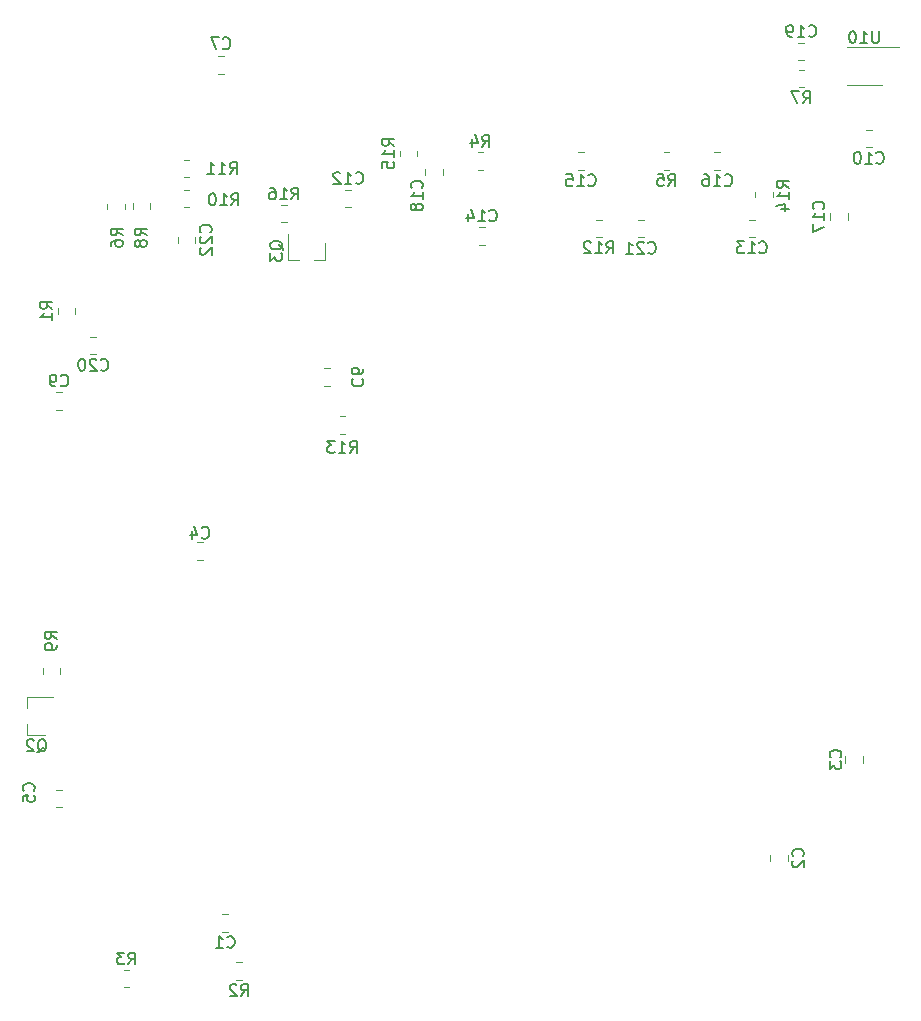
<source format=gbr>
%TF.GenerationSoftware,KiCad,Pcbnew,(5.1.9)-1*%
%TF.CreationDate,2021-11-03T00:39:52-04:00*%
%TF.ProjectId,main,6d61696e-2e6b-4696-9361-645f70636258,rev?*%
%TF.SameCoordinates,Original*%
%TF.FileFunction,Legend,Bot*%
%TF.FilePolarity,Positive*%
%FSLAX46Y46*%
G04 Gerber Fmt 4.6, Leading zero omitted, Abs format (unit mm)*
G04 Created by KiCad (PCBNEW (5.1.9)-1) date 2021-11-03 00:39:52*
%MOMM*%
%LPD*%
G01*
G04 APERTURE LIST*
%ADD10C,0.120000*%
%ADD11C,0.150000*%
G04 APERTURE END LIST*
D10*
%TO.C,U10*%
X105664000Y-25994000D02*
X104164000Y-25994000D01*
X105664000Y-25994000D02*
X107164000Y-25994000D01*
X105664000Y-22774000D02*
X104164000Y-22774000D01*
X105664000Y-22774000D02*
X108589000Y-22774000D01*
%TO.C,R16*%
X56742064Y-36095000D02*
X56287936Y-36095000D01*
X56742064Y-37565000D02*
X56287936Y-37565000D01*
%TO.C,R9*%
X37565000Y-75792064D02*
X37565000Y-75337936D01*
X36095000Y-75792064D02*
X36095000Y-75337936D01*
%TO.C,R7*%
X100102936Y-26135000D02*
X100557064Y-26135000D01*
X100102936Y-24665000D02*
X100557064Y-24665000D01*
%TO.C,R3*%
X43407064Y-100865000D02*
X42952936Y-100865000D01*
X43407064Y-102335000D02*
X42952936Y-102335000D01*
%TO.C,Q3*%
X60000000Y-40765000D02*
X59070000Y-40765000D01*
X56840000Y-40765000D02*
X57770000Y-40765000D01*
X56840000Y-40765000D02*
X56840000Y-38605000D01*
X60000000Y-40765000D02*
X60000000Y-39305000D01*
%TO.C,Q2*%
X34800000Y-80955000D02*
X34800000Y-80025000D01*
X34800000Y-77795000D02*
X34800000Y-78725000D01*
X34800000Y-77795000D02*
X36960000Y-77795000D01*
X34800000Y-80955000D02*
X36260000Y-80955000D01*
%TO.C,C22*%
X48995000Y-39316252D02*
X48995000Y-38793748D01*
X47525000Y-39316252D02*
X47525000Y-38793748D01*
%TO.C,C21*%
X86479748Y-38835000D02*
X87002252Y-38835000D01*
X86479748Y-37365000D02*
X87002252Y-37365000D01*
%TO.C,C20*%
X40124748Y-48741000D02*
X40647252Y-48741000D01*
X40124748Y-47271000D02*
X40647252Y-47271000D01*
%TO.C,C19*%
X100591252Y-22379000D02*
X100068748Y-22379000D01*
X100591252Y-23849000D02*
X100068748Y-23849000D01*
%TO.C,C18*%
X68480000Y-33073748D02*
X68480000Y-33596252D01*
X69950000Y-33073748D02*
X69950000Y-33596252D01*
%TO.C,C17*%
X102770000Y-36822748D02*
X102770000Y-37345252D01*
X104240000Y-36822748D02*
X104240000Y-37345252D01*
%TO.C,C16*%
X92956748Y-33120000D02*
X93479252Y-33120000D01*
X92956748Y-31650000D02*
X93479252Y-31650000D01*
%TO.C,C15*%
X81399748Y-33120000D02*
X81922252Y-33120000D01*
X81399748Y-31650000D02*
X81922252Y-31650000D01*
%TO.C,C14*%
X73540252Y-38000000D02*
X73017748Y-38000000D01*
X73540252Y-39470000D02*
X73017748Y-39470000D01*
%TO.C,C13*%
X96400252Y-37365000D02*
X95877748Y-37365000D01*
X96400252Y-38835000D02*
X95877748Y-38835000D01*
%TO.C,C12*%
X62237252Y-34825000D02*
X61714748Y-34825000D01*
X62237252Y-36295000D02*
X61714748Y-36295000D01*
%TO.C,R14*%
X96420000Y-34975436D02*
X96420000Y-35429564D01*
X97890000Y-34975436D02*
X97890000Y-35429564D01*
%TO.C,R11*%
X48487064Y-32285000D02*
X48032936Y-32285000D01*
X48487064Y-33755000D02*
X48032936Y-33755000D01*
%TO.C,R10*%
X48487064Y-34825000D02*
X48032936Y-34825000D01*
X48487064Y-36295000D02*
X48032936Y-36295000D01*
%TO.C,R8*%
X43715000Y-35967936D02*
X43715000Y-36422064D01*
X45185000Y-35967936D02*
X45185000Y-36422064D01*
%TO.C,R6*%
X41556000Y-35991436D02*
X41556000Y-36445564D01*
X43026000Y-35991436D02*
X43026000Y-36445564D01*
%TO.C,R1*%
X37365000Y-44857936D02*
X37365000Y-45312064D01*
X38835000Y-44857936D02*
X38835000Y-45312064D01*
%TO.C,R15*%
X67791000Y-31522936D02*
X67791000Y-31977064D01*
X66321000Y-31522936D02*
X66321000Y-31977064D01*
%TO.C,R13*%
X61695064Y-55472000D02*
X61240936Y-55472000D01*
X61695064Y-54002000D02*
X61240936Y-54002000D01*
%TO.C,R5*%
X88672936Y-31650000D02*
X89127064Y-31650000D01*
X88672936Y-33120000D02*
X89127064Y-33120000D01*
%TO.C,R4*%
X73379064Y-33120000D02*
X72924936Y-33120000D01*
X73379064Y-31650000D02*
X72924936Y-31650000D01*
%TO.C,R2*%
X52477936Y-100230000D02*
X52932064Y-100230000D01*
X52477936Y-101700000D02*
X52932064Y-101700000D01*
%TO.C,R12*%
X82957936Y-38835000D02*
X83412064Y-38835000D01*
X82957936Y-37365000D02*
X83412064Y-37365000D01*
%TO.C,C10*%
X105783748Y-29745000D02*
X106306252Y-29745000D01*
X105783748Y-31215000D02*
X106306252Y-31215000D01*
%TO.C,C9*%
X37726252Y-53440000D02*
X37203748Y-53440000D01*
X37726252Y-51970000D02*
X37203748Y-51970000D01*
%TO.C,C7*%
X51442252Y-23522000D02*
X50919748Y-23522000D01*
X51442252Y-24992000D02*
X50919748Y-24992000D01*
%TO.C,C6*%
X59936748Y-51408000D02*
X60459252Y-51408000D01*
X59936748Y-49938000D02*
X60459252Y-49938000D01*
%TO.C,C5*%
X37726252Y-85625000D02*
X37203748Y-85625000D01*
X37726252Y-87095000D02*
X37203748Y-87095000D01*
%TO.C,C4*%
X49141748Y-66140000D02*
X49664252Y-66140000D01*
X49141748Y-64670000D02*
X49664252Y-64670000D01*
%TO.C,C3*%
X104040000Y-82796748D02*
X104040000Y-83319252D01*
X105510000Y-82796748D02*
X105510000Y-83319252D01*
%TO.C,C2*%
X99160000Y-91667952D02*
X99160000Y-91145448D01*
X97690000Y-91667952D02*
X97690000Y-91145448D01*
%TO.C,C1*%
X51300748Y-97636000D02*
X51823252Y-97636000D01*
X51300748Y-96166000D02*
X51823252Y-96166000D01*
%TO.C,U10*%
D11*
X106902095Y-21386380D02*
X106902095Y-22195904D01*
X106854476Y-22291142D01*
X106806857Y-22338761D01*
X106711619Y-22386380D01*
X106521142Y-22386380D01*
X106425904Y-22338761D01*
X106378285Y-22291142D01*
X106330666Y-22195904D01*
X106330666Y-21386380D01*
X105330666Y-22386380D02*
X105902095Y-22386380D01*
X105616380Y-22386380D02*
X105616380Y-21386380D01*
X105711619Y-21529238D01*
X105806857Y-21624476D01*
X105902095Y-21672095D01*
X104711619Y-21386380D02*
X104616380Y-21386380D01*
X104521142Y-21434000D01*
X104473523Y-21481619D01*
X104425904Y-21576857D01*
X104378285Y-21767333D01*
X104378285Y-22005428D01*
X104425904Y-22195904D01*
X104473523Y-22291142D01*
X104521142Y-22338761D01*
X104616380Y-22386380D01*
X104711619Y-22386380D01*
X104806857Y-22338761D01*
X104854476Y-22291142D01*
X104902095Y-22195904D01*
X104949714Y-22005428D01*
X104949714Y-21767333D01*
X104902095Y-21576857D01*
X104854476Y-21481619D01*
X104806857Y-21434000D01*
X104711619Y-21386380D01*
%TO.C,R16*%
X57157857Y-35632380D02*
X57491190Y-35156190D01*
X57729285Y-35632380D02*
X57729285Y-34632380D01*
X57348333Y-34632380D01*
X57253095Y-34680000D01*
X57205476Y-34727619D01*
X57157857Y-34822857D01*
X57157857Y-34965714D01*
X57205476Y-35060952D01*
X57253095Y-35108571D01*
X57348333Y-35156190D01*
X57729285Y-35156190D01*
X56205476Y-35632380D02*
X56776904Y-35632380D01*
X56491190Y-35632380D02*
X56491190Y-34632380D01*
X56586428Y-34775238D01*
X56681666Y-34870476D01*
X56776904Y-34918095D01*
X55348333Y-34632380D02*
X55538809Y-34632380D01*
X55634047Y-34680000D01*
X55681666Y-34727619D01*
X55776904Y-34870476D01*
X55824523Y-35060952D01*
X55824523Y-35441904D01*
X55776904Y-35537142D01*
X55729285Y-35584761D01*
X55634047Y-35632380D01*
X55443571Y-35632380D01*
X55348333Y-35584761D01*
X55300714Y-35537142D01*
X55253095Y-35441904D01*
X55253095Y-35203809D01*
X55300714Y-35108571D01*
X55348333Y-35060952D01*
X55443571Y-35013333D01*
X55634047Y-35013333D01*
X55729285Y-35060952D01*
X55776904Y-35108571D01*
X55824523Y-35203809D01*
%TO.C,R9*%
X37282380Y-72858333D02*
X36806190Y-72525000D01*
X37282380Y-72286904D02*
X36282380Y-72286904D01*
X36282380Y-72667857D01*
X36330000Y-72763095D01*
X36377619Y-72810714D01*
X36472857Y-72858333D01*
X36615714Y-72858333D01*
X36710952Y-72810714D01*
X36758571Y-72763095D01*
X36806190Y-72667857D01*
X36806190Y-72286904D01*
X37282380Y-73334523D02*
X37282380Y-73525000D01*
X37234761Y-73620238D01*
X37187142Y-73667857D01*
X37044285Y-73763095D01*
X36853809Y-73810714D01*
X36472857Y-73810714D01*
X36377619Y-73763095D01*
X36330000Y-73715476D01*
X36282380Y-73620238D01*
X36282380Y-73429761D01*
X36330000Y-73334523D01*
X36377619Y-73286904D01*
X36472857Y-73239285D01*
X36710952Y-73239285D01*
X36806190Y-73286904D01*
X36853809Y-73334523D01*
X36901428Y-73429761D01*
X36901428Y-73620238D01*
X36853809Y-73715476D01*
X36806190Y-73763095D01*
X36710952Y-73810714D01*
%TO.C,R7*%
X100496666Y-27502380D02*
X100830000Y-27026190D01*
X101068095Y-27502380D02*
X101068095Y-26502380D01*
X100687142Y-26502380D01*
X100591904Y-26550000D01*
X100544285Y-26597619D01*
X100496666Y-26692857D01*
X100496666Y-26835714D01*
X100544285Y-26930952D01*
X100591904Y-26978571D01*
X100687142Y-27026190D01*
X101068095Y-27026190D01*
X100163333Y-26502380D02*
X99496666Y-26502380D01*
X99925238Y-27502380D01*
%TO.C,R3*%
X43346666Y-100402380D02*
X43680000Y-99926190D01*
X43918095Y-100402380D02*
X43918095Y-99402380D01*
X43537142Y-99402380D01*
X43441904Y-99450000D01*
X43394285Y-99497619D01*
X43346666Y-99592857D01*
X43346666Y-99735714D01*
X43394285Y-99830952D01*
X43441904Y-99878571D01*
X43537142Y-99926190D01*
X43918095Y-99926190D01*
X43013333Y-99402380D02*
X42394285Y-99402380D01*
X42727619Y-99783333D01*
X42584761Y-99783333D01*
X42489523Y-99830952D01*
X42441904Y-99878571D01*
X42394285Y-99973809D01*
X42394285Y-100211904D01*
X42441904Y-100307142D01*
X42489523Y-100354761D01*
X42584761Y-100402380D01*
X42870476Y-100402380D01*
X42965714Y-100354761D01*
X43013333Y-100307142D01*
%TO.C,Q3*%
X56467619Y-39909761D02*
X56420000Y-39814523D01*
X56324761Y-39719285D01*
X56181904Y-39576428D01*
X56134285Y-39481190D01*
X56134285Y-39385952D01*
X56372380Y-39433571D02*
X56324761Y-39338333D01*
X56229523Y-39243095D01*
X56039047Y-39195476D01*
X55705714Y-39195476D01*
X55515238Y-39243095D01*
X55420000Y-39338333D01*
X55372380Y-39433571D01*
X55372380Y-39624047D01*
X55420000Y-39719285D01*
X55515238Y-39814523D01*
X55705714Y-39862142D01*
X56039047Y-39862142D01*
X56229523Y-39814523D01*
X56324761Y-39719285D01*
X56372380Y-39624047D01*
X56372380Y-39433571D01*
X55372380Y-40195476D02*
X55372380Y-40814523D01*
X55753333Y-40481190D01*
X55753333Y-40624047D01*
X55800952Y-40719285D01*
X55848571Y-40766904D01*
X55943809Y-40814523D01*
X56181904Y-40814523D01*
X56277142Y-40766904D01*
X56324761Y-40719285D01*
X56372380Y-40624047D01*
X56372380Y-40338333D01*
X56324761Y-40243095D01*
X56277142Y-40195476D01*
%TO.C,Q2*%
X35655238Y-82462619D02*
X35750476Y-82415000D01*
X35845714Y-82319761D01*
X35988571Y-82176904D01*
X36083809Y-82129285D01*
X36179047Y-82129285D01*
X36131428Y-82367380D02*
X36226666Y-82319761D01*
X36321904Y-82224523D01*
X36369523Y-82034047D01*
X36369523Y-81700714D01*
X36321904Y-81510238D01*
X36226666Y-81415000D01*
X36131428Y-81367380D01*
X35940952Y-81367380D01*
X35845714Y-81415000D01*
X35750476Y-81510238D01*
X35702857Y-81700714D01*
X35702857Y-82034047D01*
X35750476Y-82224523D01*
X35845714Y-82319761D01*
X35940952Y-82367380D01*
X36131428Y-82367380D01*
X35321904Y-81462619D02*
X35274285Y-81415000D01*
X35179047Y-81367380D01*
X34940952Y-81367380D01*
X34845714Y-81415000D01*
X34798095Y-81462619D01*
X34750476Y-81557857D01*
X34750476Y-81653095D01*
X34798095Y-81795952D01*
X35369523Y-82367380D01*
X34750476Y-82367380D01*
%TO.C,C22*%
X50297142Y-38412142D02*
X50344761Y-38364523D01*
X50392380Y-38221666D01*
X50392380Y-38126428D01*
X50344761Y-37983571D01*
X50249523Y-37888333D01*
X50154285Y-37840714D01*
X49963809Y-37793095D01*
X49820952Y-37793095D01*
X49630476Y-37840714D01*
X49535238Y-37888333D01*
X49440000Y-37983571D01*
X49392380Y-38126428D01*
X49392380Y-38221666D01*
X49440000Y-38364523D01*
X49487619Y-38412142D01*
X49487619Y-38793095D02*
X49440000Y-38840714D01*
X49392380Y-38935952D01*
X49392380Y-39174047D01*
X49440000Y-39269285D01*
X49487619Y-39316904D01*
X49582857Y-39364523D01*
X49678095Y-39364523D01*
X49820952Y-39316904D01*
X50392380Y-38745476D01*
X50392380Y-39364523D01*
X49487619Y-39745476D02*
X49440000Y-39793095D01*
X49392380Y-39888333D01*
X49392380Y-40126428D01*
X49440000Y-40221666D01*
X49487619Y-40269285D01*
X49582857Y-40316904D01*
X49678095Y-40316904D01*
X49820952Y-40269285D01*
X50392380Y-39697857D01*
X50392380Y-40316904D01*
%TO.C,C21*%
X87383857Y-40137142D02*
X87431476Y-40184761D01*
X87574333Y-40232380D01*
X87669571Y-40232380D01*
X87812428Y-40184761D01*
X87907666Y-40089523D01*
X87955285Y-39994285D01*
X88002904Y-39803809D01*
X88002904Y-39660952D01*
X87955285Y-39470476D01*
X87907666Y-39375238D01*
X87812428Y-39280000D01*
X87669571Y-39232380D01*
X87574333Y-39232380D01*
X87431476Y-39280000D01*
X87383857Y-39327619D01*
X87002904Y-39327619D02*
X86955285Y-39280000D01*
X86860047Y-39232380D01*
X86621952Y-39232380D01*
X86526714Y-39280000D01*
X86479095Y-39327619D01*
X86431476Y-39422857D01*
X86431476Y-39518095D01*
X86479095Y-39660952D01*
X87050523Y-40232380D01*
X86431476Y-40232380D01*
X85479095Y-40232380D02*
X86050523Y-40232380D01*
X85764809Y-40232380D02*
X85764809Y-39232380D01*
X85860047Y-39375238D01*
X85955285Y-39470476D01*
X86050523Y-39518095D01*
%TO.C,C20*%
X41028857Y-50043142D02*
X41076476Y-50090761D01*
X41219333Y-50138380D01*
X41314571Y-50138380D01*
X41457428Y-50090761D01*
X41552666Y-49995523D01*
X41600285Y-49900285D01*
X41647904Y-49709809D01*
X41647904Y-49566952D01*
X41600285Y-49376476D01*
X41552666Y-49281238D01*
X41457428Y-49186000D01*
X41314571Y-49138380D01*
X41219333Y-49138380D01*
X41076476Y-49186000D01*
X41028857Y-49233619D01*
X40647904Y-49233619D02*
X40600285Y-49186000D01*
X40505047Y-49138380D01*
X40266952Y-49138380D01*
X40171714Y-49186000D01*
X40124095Y-49233619D01*
X40076476Y-49328857D01*
X40076476Y-49424095D01*
X40124095Y-49566952D01*
X40695523Y-50138380D01*
X40076476Y-50138380D01*
X39457428Y-49138380D02*
X39362190Y-49138380D01*
X39266952Y-49186000D01*
X39219333Y-49233619D01*
X39171714Y-49328857D01*
X39124095Y-49519333D01*
X39124095Y-49757428D01*
X39171714Y-49947904D01*
X39219333Y-50043142D01*
X39266952Y-50090761D01*
X39362190Y-50138380D01*
X39457428Y-50138380D01*
X39552666Y-50090761D01*
X39600285Y-50043142D01*
X39647904Y-49947904D01*
X39695523Y-49757428D01*
X39695523Y-49519333D01*
X39647904Y-49328857D01*
X39600285Y-49233619D01*
X39552666Y-49186000D01*
X39457428Y-49138380D01*
%TO.C,C19*%
X100972857Y-21791142D02*
X101020476Y-21838761D01*
X101163333Y-21886380D01*
X101258571Y-21886380D01*
X101401428Y-21838761D01*
X101496666Y-21743523D01*
X101544285Y-21648285D01*
X101591904Y-21457809D01*
X101591904Y-21314952D01*
X101544285Y-21124476D01*
X101496666Y-21029238D01*
X101401428Y-20934000D01*
X101258571Y-20886380D01*
X101163333Y-20886380D01*
X101020476Y-20934000D01*
X100972857Y-20981619D01*
X100020476Y-21886380D02*
X100591904Y-21886380D01*
X100306190Y-21886380D02*
X100306190Y-20886380D01*
X100401428Y-21029238D01*
X100496666Y-21124476D01*
X100591904Y-21172095D01*
X99544285Y-21886380D02*
X99353809Y-21886380D01*
X99258571Y-21838761D01*
X99210952Y-21791142D01*
X99115714Y-21648285D01*
X99068095Y-21457809D01*
X99068095Y-21076857D01*
X99115714Y-20981619D01*
X99163333Y-20934000D01*
X99258571Y-20886380D01*
X99449047Y-20886380D01*
X99544285Y-20934000D01*
X99591904Y-20981619D01*
X99639523Y-21076857D01*
X99639523Y-21314952D01*
X99591904Y-21410190D01*
X99544285Y-21457809D01*
X99449047Y-21505428D01*
X99258571Y-21505428D01*
X99163333Y-21457809D01*
X99115714Y-21410190D01*
X99068095Y-21314952D01*
%TO.C,C18*%
X68175142Y-34663142D02*
X68222761Y-34615523D01*
X68270380Y-34472666D01*
X68270380Y-34377428D01*
X68222761Y-34234571D01*
X68127523Y-34139333D01*
X68032285Y-34091714D01*
X67841809Y-34044095D01*
X67698952Y-34044095D01*
X67508476Y-34091714D01*
X67413238Y-34139333D01*
X67318000Y-34234571D01*
X67270380Y-34377428D01*
X67270380Y-34472666D01*
X67318000Y-34615523D01*
X67365619Y-34663142D01*
X68270380Y-35615523D02*
X68270380Y-35044095D01*
X68270380Y-35329809D02*
X67270380Y-35329809D01*
X67413238Y-35234571D01*
X67508476Y-35139333D01*
X67556095Y-35044095D01*
X67698952Y-36186952D02*
X67651333Y-36091714D01*
X67603714Y-36044095D01*
X67508476Y-35996476D01*
X67460857Y-35996476D01*
X67365619Y-36044095D01*
X67318000Y-36091714D01*
X67270380Y-36186952D01*
X67270380Y-36377428D01*
X67318000Y-36472666D01*
X67365619Y-36520285D01*
X67460857Y-36567904D01*
X67508476Y-36567904D01*
X67603714Y-36520285D01*
X67651333Y-36472666D01*
X67698952Y-36377428D01*
X67698952Y-36186952D01*
X67746571Y-36091714D01*
X67794190Y-36044095D01*
X67889428Y-35996476D01*
X68079904Y-35996476D01*
X68175142Y-36044095D01*
X68222761Y-36091714D01*
X68270380Y-36186952D01*
X68270380Y-36377428D01*
X68222761Y-36472666D01*
X68175142Y-36520285D01*
X68079904Y-36567904D01*
X67889428Y-36567904D01*
X67794190Y-36520285D01*
X67746571Y-36472666D01*
X67698952Y-36377428D01*
%TO.C,C17*%
X102182142Y-36441142D02*
X102229761Y-36393523D01*
X102277380Y-36250666D01*
X102277380Y-36155428D01*
X102229761Y-36012571D01*
X102134523Y-35917333D01*
X102039285Y-35869714D01*
X101848809Y-35822095D01*
X101705952Y-35822095D01*
X101515476Y-35869714D01*
X101420238Y-35917333D01*
X101325000Y-36012571D01*
X101277380Y-36155428D01*
X101277380Y-36250666D01*
X101325000Y-36393523D01*
X101372619Y-36441142D01*
X102277380Y-37393523D02*
X102277380Y-36822095D01*
X102277380Y-37107809D02*
X101277380Y-37107809D01*
X101420238Y-37012571D01*
X101515476Y-36917333D01*
X101563095Y-36822095D01*
X101277380Y-37726857D02*
X101277380Y-38393523D01*
X102277380Y-37964952D01*
%TO.C,C16*%
X93860857Y-34422142D02*
X93908476Y-34469761D01*
X94051333Y-34517380D01*
X94146571Y-34517380D01*
X94289428Y-34469761D01*
X94384666Y-34374523D01*
X94432285Y-34279285D01*
X94479904Y-34088809D01*
X94479904Y-33945952D01*
X94432285Y-33755476D01*
X94384666Y-33660238D01*
X94289428Y-33565000D01*
X94146571Y-33517380D01*
X94051333Y-33517380D01*
X93908476Y-33565000D01*
X93860857Y-33612619D01*
X92908476Y-34517380D02*
X93479904Y-34517380D01*
X93194190Y-34517380D02*
X93194190Y-33517380D01*
X93289428Y-33660238D01*
X93384666Y-33755476D01*
X93479904Y-33803095D01*
X92051333Y-33517380D02*
X92241809Y-33517380D01*
X92337047Y-33565000D01*
X92384666Y-33612619D01*
X92479904Y-33755476D01*
X92527523Y-33945952D01*
X92527523Y-34326904D01*
X92479904Y-34422142D01*
X92432285Y-34469761D01*
X92337047Y-34517380D01*
X92146571Y-34517380D01*
X92051333Y-34469761D01*
X92003714Y-34422142D01*
X91956095Y-34326904D01*
X91956095Y-34088809D01*
X92003714Y-33993571D01*
X92051333Y-33945952D01*
X92146571Y-33898333D01*
X92337047Y-33898333D01*
X92432285Y-33945952D01*
X92479904Y-33993571D01*
X92527523Y-34088809D01*
%TO.C,C15*%
X82303857Y-34422142D02*
X82351476Y-34469761D01*
X82494333Y-34517380D01*
X82589571Y-34517380D01*
X82732428Y-34469761D01*
X82827666Y-34374523D01*
X82875285Y-34279285D01*
X82922904Y-34088809D01*
X82922904Y-33945952D01*
X82875285Y-33755476D01*
X82827666Y-33660238D01*
X82732428Y-33565000D01*
X82589571Y-33517380D01*
X82494333Y-33517380D01*
X82351476Y-33565000D01*
X82303857Y-33612619D01*
X81351476Y-34517380D02*
X81922904Y-34517380D01*
X81637190Y-34517380D02*
X81637190Y-33517380D01*
X81732428Y-33660238D01*
X81827666Y-33755476D01*
X81922904Y-33803095D01*
X80446714Y-33517380D02*
X80922904Y-33517380D01*
X80970523Y-33993571D01*
X80922904Y-33945952D01*
X80827666Y-33898333D01*
X80589571Y-33898333D01*
X80494333Y-33945952D01*
X80446714Y-33993571D01*
X80399095Y-34088809D01*
X80399095Y-34326904D01*
X80446714Y-34422142D01*
X80494333Y-34469761D01*
X80589571Y-34517380D01*
X80827666Y-34517380D01*
X80922904Y-34469761D01*
X80970523Y-34422142D01*
%TO.C,C14*%
X73921857Y-37412142D02*
X73969476Y-37459761D01*
X74112333Y-37507380D01*
X74207571Y-37507380D01*
X74350428Y-37459761D01*
X74445666Y-37364523D01*
X74493285Y-37269285D01*
X74540904Y-37078809D01*
X74540904Y-36935952D01*
X74493285Y-36745476D01*
X74445666Y-36650238D01*
X74350428Y-36555000D01*
X74207571Y-36507380D01*
X74112333Y-36507380D01*
X73969476Y-36555000D01*
X73921857Y-36602619D01*
X72969476Y-37507380D02*
X73540904Y-37507380D01*
X73255190Y-37507380D02*
X73255190Y-36507380D01*
X73350428Y-36650238D01*
X73445666Y-36745476D01*
X73540904Y-36793095D01*
X72112333Y-36840714D02*
X72112333Y-37507380D01*
X72350428Y-36459761D02*
X72588523Y-37174047D01*
X71969476Y-37174047D01*
%TO.C,C13*%
X96781857Y-40108142D02*
X96829476Y-40155761D01*
X96972333Y-40203380D01*
X97067571Y-40203380D01*
X97210428Y-40155761D01*
X97305666Y-40060523D01*
X97353285Y-39965285D01*
X97400904Y-39774809D01*
X97400904Y-39631952D01*
X97353285Y-39441476D01*
X97305666Y-39346238D01*
X97210428Y-39251000D01*
X97067571Y-39203380D01*
X96972333Y-39203380D01*
X96829476Y-39251000D01*
X96781857Y-39298619D01*
X95829476Y-40203380D02*
X96400904Y-40203380D01*
X96115190Y-40203380D02*
X96115190Y-39203380D01*
X96210428Y-39346238D01*
X96305666Y-39441476D01*
X96400904Y-39489095D01*
X95496142Y-39203380D02*
X94877095Y-39203380D01*
X95210428Y-39584333D01*
X95067571Y-39584333D01*
X94972333Y-39631952D01*
X94924714Y-39679571D01*
X94877095Y-39774809D01*
X94877095Y-40012904D01*
X94924714Y-40108142D01*
X94972333Y-40155761D01*
X95067571Y-40203380D01*
X95353285Y-40203380D01*
X95448523Y-40155761D01*
X95496142Y-40108142D01*
%TO.C,C12*%
X62618857Y-34237142D02*
X62666476Y-34284761D01*
X62809333Y-34332380D01*
X62904571Y-34332380D01*
X63047428Y-34284761D01*
X63142666Y-34189523D01*
X63190285Y-34094285D01*
X63237904Y-33903809D01*
X63237904Y-33760952D01*
X63190285Y-33570476D01*
X63142666Y-33475238D01*
X63047428Y-33380000D01*
X62904571Y-33332380D01*
X62809333Y-33332380D01*
X62666476Y-33380000D01*
X62618857Y-33427619D01*
X61666476Y-34332380D02*
X62237904Y-34332380D01*
X61952190Y-34332380D02*
X61952190Y-33332380D01*
X62047428Y-33475238D01*
X62142666Y-33570476D01*
X62237904Y-33618095D01*
X61285523Y-33427619D02*
X61237904Y-33380000D01*
X61142666Y-33332380D01*
X60904571Y-33332380D01*
X60809333Y-33380000D01*
X60761714Y-33427619D01*
X60714095Y-33522857D01*
X60714095Y-33618095D01*
X60761714Y-33760952D01*
X61333142Y-34332380D01*
X60714095Y-34332380D01*
%TO.C,R14*%
X99258380Y-34663142D02*
X98782190Y-34329809D01*
X99258380Y-34091714D02*
X98258380Y-34091714D01*
X98258380Y-34472666D01*
X98306000Y-34567904D01*
X98353619Y-34615523D01*
X98448857Y-34663142D01*
X98591714Y-34663142D01*
X98686952Y-34615523D01*
X98734571Y-34567904D01*
X98782190Y-34472666D01*
X98782190Y-34091714D01*
X99258380Y-35615523D02*
X99258380Y-35044095D01*
X99258380Y-35329809D02*
X98258380Y-35329809D01*
X98401238Y-35234571D01*
X98496476Y-35139333D01*
X98544095Y-35044095D01*
X98591714Y-36472666D02*
X99258380Y-36472666D01*
X98210761Y-36234571D02*
X98925047Y-35996476D01*
X98925047Y-36615523D01*
%TO.C,R11*%
X51950857Y-33472380D02*
X52284190Y-32996190D01*
X52522285Y-33472380D02*
X52522285Y-32472380D01*
X52141333Y-32472380D01*
X52046095Y-32520000D01*
X51998476Y-32567619D01*
X51950857Y-32662857D01*
X51950857Y-32805714D01*
X51998476Y-32900952D01*
X52046095Y-32948571D01*
X52141333Y-32996190D01*
X52522285Y-32996190D01*
X50998476Y-33472380D02*
X51569904Y-33472380D01*
X51284190Y-33472380D02*
X51284190Y-32472380D01*
X51379428Y-32615238D01*
X51474666Y-32710476D01*
X51569904Y-32758095D01*
X50046095Y-33472380D02*
X50617523Y-33472380D01*
X50331809Y-33472380D02*
X50331809Y-32472380D01*
X50427047Y-32615238D01*
X50522285Y-32710476D01*
X50617523Y-32758095D01*
%TO.C,R10*%
X52077857Y-36139380D02*
X52411190Y-35663190D01*
X52649285Y-36139380D02*
X52649285Y-35139380D01*
X52268333Y-35139380D01*
X52173095Y-35187000D01*
X52125476Y-35234619D01*
X52077857Y-35329857D01*
X52077857Y-35472714D01*
X52125476Y-35567952D01*
X52173095Y-35615571D01*
X52268333Y-35663190D01*
X52649285Y-35663190D01*
X51125476Y-36139380D02*
X51696904Y-36139380D01*
X51411190Y-36139380D02*
X51411190Y-35139380D01*
X51506428Y-35282238D01*
X51601666Y-35377476D01*
X51696904Y-35425095D01*
X50506428Y-35139380D02*
X50411190Y-35139380D01*
X50315952Y-35187000D01*
X50268333Y-35234619D01*
X50220714Y-35329857D01*
X50173095Y-35520333D01*
X50173095Y-35758428D01*
X50220714Y-35948904D01*
X50268333Y-36044142D01*
X50315952Y-36091761D01*
X50411190Y-36139380D01*
X50506428Y-36139380D01*
X50601666Y-36091761D01*
X50649285Y-36044142D01*
X50696904Y-35948904D01*
X50744523Y-35758428D01*
X50744523Y-35520333D01*
X50696904Y-35329857D01*
X50649285Y-35234619D01*
X50601666Y-35187000D01*
X50506428Y-35139380D01*
%TO.C,R8*%
X44902380Y-38695333D02*
X44426190Y-38362000D01*
X44902380Y-38123904D02*
X43902380Y-38123904D01*
X43902380Y-38504857D01*
X43950000Y-38600095D01*
X43997619Y-38647714D01*
X44092857Y-38695333D01*
X44235714Y-38695333D01*
X44330952Y-38647714D01*
X44378571Y-38600095D01*
X44426190Y-38504857D01*
X44426190Y-38123904D01*
X44330952Y-39266761D02*
X44283333Y-39171523D01*
X44235714Y-39123904D01*
X44140476Y-39076285D01*
X44092857Y-39076285D01*
X43997619Y-39123904D01*
X43950000Y-39171523D01*
X43902380Y-39266761D01*
X43902380Y-39457238D01*
X43950000Y-39552476D01*
X43997619Y-39600095D01*
X44092857Y-39647714D01*
X44140476Y-39647714D01*
X44235714Y-39600095D01*
X44283333Y-39552476D01*
X44330952Y-39457238D01*
X44330952Y-39266761D01*
X44378571Y-39171523D01*
X44426190Y-39123904D01*
X44521428Y-39076285D01*
X44711904Y-39076285D01*
X44807142Y-39123904D01*
X44854761Y-39171523D01*
X44902380Y-39266761D01*
X44902380Y-39457238D01*
X44854761Y-39552476D01*
X44807142Y-39600095D01*
X44711904Y-39647714D01*
X44521428Y-39647714D01*
X44426190Y-39600095D01*
X44378571Y-39552476D01*
X44330952Y-39457238D01*
%TO.C,R6*%
X42870380Y-38695333D02*
X42394190Y-38362000D01*
X42870380Y-38123904D02*
X41870380Y-38123904D01*
X41870380Y-38504857D01*
X41918000Y-38600095D01*
X41965619Y-38647714D01*
X42060857Y-38695333D01*
X42203714Y-38695333D01*
X42298952Y-38647714D01*
X42346571Y-38600095D01*
X42394190Y-38504857D01*
X42394190Y-38123904D01*
X41870380Y-39552476D02*
X41870380Y-39362000D01*
X41918000Y-39266761D01*
X41965619Y-39219142D01*
X42108476Y-39123904D01*
X42298952Y-39076285D01*
X42679904Y-39076285D01*
X42775142Y-39123904D01*
X42822761Y-39171523D01*
X42870380Y-39266761D01*
X42870380Y-39457238D01*
X42822761Y-39552476D01*
X42775142Y-39600095D01*
X42679904Y-39647714D01*
X42441809Y-39647714D01*
X42346571Y-39600095D01*
X42298952Y-39552476D01*
X42251333Y-39457238D01*
X42251333Y-39266761D01*
X42298952Y-39171523D01*
X42346571Y-39123904D01*
X42441809Y-39076285D01*
%TO.C,R1*%
X36902380Y-44918333D02*
X36426190Y-44585000D01*
X36902380Y-44346904D02*
X35902380Y-44346904D01*
X35902380Y-44727857D01*
X35950000Y-44823095D01*
X35997619Y-44870714D01*
X36092857Y-44918333D01*
X36235714Y-44918333D01*
X36330952Y-44870714D01*
X36378571Y-44823095D01*
X36426190Y-44727857D01*
X36426190Y-44346904D01*
X36902380Y-45870714D02*
X36902380Y-45299285D01*
X36902380Y-45585000D02*
X35902380Y-45585000D01*
X36045238Y-45489761D01*
X36140476Y-45394523D01*
X36188095Y-45299285D01*
%TO.C,R15*%
X65858380Y-31107142D02*
X65382190Y-30773809D01*
X65858380Y-30535714D02*
X64858380Y-30535714D01*
X64858380Y-30916666D01*
X64906000Y-31011904D01*
X64953619Y-31059523D01*
X65048857Y-31107142D01*
X65191714Y-31107142D01*
X65286952Y-31059523D01*
X65334571Y-31011904D01*
X65382190Y-30916666D01*
X65382190Y-30535714D01*
X65858380Y-32059523D02*
X65858380Y-31488095D01*
X65858380Y-31773809D02*
X64858380Y-31773809D01*
X65001238Y-31678571D01*
X65096476Y-31583333D01*
X65144095Y-31488095D01*
X64858380Y-32964285D02*
X64858380Y-32488095D01*
X65334571Y-32440476D01*
X65286952Y-32488095D01*
X65239333Y-32583333D01*
X65239333Y-32821428D01*
X65286952Y-32916666D01*
X65334571Y-32964285D01*
X65429809Y-33011904D01*
X65667904Y-33011904D01*
X65763142Y-32964285D01*
X65810761Y-32916666D01*
X65858380Y-32821428D01*
X65858380Y-32583333D01*
X65810761Y-32488095D01*
X65763142Y-32440476D01*
%TO.C,R13*%
X62110857Y-57094380D02*
X62444190Y-56618190D01*
X62682285Y-57094380D02*
X62682285Y-56094380D01*
X62301333Y-56094380D01*
X62206095Y-56142000D01*
X62158476Y-56189619D01*
X62110857Y-56284857D01*
X62110857Y-56427714D01*
X62158476Y-56522952D01*
X62206095Y-56570571D01*
X62301333Y-56618190D01*
X62682285Y-56618190D01*
X61158476Y-57094380D02*
X61729904Y-57094380D01*
X61444190Y-57094380D02*
X61444190Y-56094380D01*
X61539428Y-56237238D01*
X61634666Y-56332476D01*
X61729904Y-56380095D01*
X60825142Y-56094380D02*
X60206095Y-56094380D01*
X60539428Y-56475333D01*
X60396571Y-56475333D01*
X60301333Y-56522952D01*
X60253714Y-56570571D01*
X60206095Y-56665809D01*
X60206095Y-56903904D01*
X60253714Y-56999142D01*
X60301333Y-57046761D01*
X60396571Y-57094380D01*
X60682285Y-57094380D01*
X60777523Y-57046761D01*
X60825142Y-56999142D01*
%TO.C,R5*%
X89066666Y-34487380D02*
X89400000Y-34011190D01*
X89638095Y-34487380D02*
X89638095Y-33487380D01*
X89257142Y-33487380D01*
X89161904Y-33535000D01*
X89114285Y-33582619D01*
X89066666Y-33677857D01*
X89066666Y-33820714D01*
X89114285Y-33915952D01*
X89161904Y-33963571D01*
X89257142Y-34011190D01*
X89638095Y-34011190D01*
X88161904Y-33487380D02*
X88638095Y-33487380D01*
X88685714Y-33963571D01*
X88638095Y-33915952D01*
X88542857Y-33868333D01*
X88304761Y-33868333D01*
X88209523Y-33915952D01*
X88161904Y-33963571D01*
X88114285Y-34058809D01*
X88114285Y-34296904D01*
X88161904Y-34392142D01*
X88209523Y-34439761D01*
X88304761Y-34487380D01*
X88542857Y-34487380D01*
X88638095Y-34439761D01*
X88685714Y-34392142D01*
%TO.C,R4*%
X73318666Y-31187380D02*
X73652000Y-30711190D01*
X73890095Y-31187380D02*
X73890095Y-30187380D01*
X73509142Y-30187380D01*
X73413904Y-30235000D01*
X73366285Y-30282619D01*
X73318666Y-30377857D01*
X73318666Y-30520714D01*
X73366285Y-30615952D01*
X73413904Y-30663571D01*
X73509142Y-30711190D01*
X73890095Y-30711190D01*
X72461523Y-30520714D02*
X72461523Y-31187380D01*
X72699619Y-30139761D02*
X72937714Y-30854047D01*
X72318666Y-30854047D01*
%TO.C,R2*%
X52871666Y-103067380D02*
X53205000Y-102591190D01*
X53443095Y-103067380D02*
X53443095Y-102067380D01*
X53062142Y-102067380D01*
X52966904Y-102115000D01*
X52919285Y-102162619D01*
X52871666Y-102257857D01*
X52871666Y-102400714D01*
X52919285Y-102495952D01*
X52966904Y-102543571D01*
X53062142Y-102591190D01*
X53443095Y-102591190D01*
X52490714Y-102162619D02*
X52443095Y-102115000D01*
X52347857Y-102067380D01*
X52109761Y-102067380D01*
X52014523Y-102115000D01*
X51966904Y-102162619D01*
X51919285Y-102257857D01*
X51919285Y-102353095D01*
X51966904Y-102495952D01*
X52538333Y-103067380D01*
X51919285Y-103067380D01*
%TO.C,R12*%
X83827857Y-40202380D02*
X84161190Y-39726190D01*
X84399285Y-40202380D02*
X84399285Y-39202380D01*
X84018333Y-39202380D01*
X83923095Y-39250000D01*
X83875476Y-39297619D01*
X83827857Y-39392857D01*
X83827857Y-39535714D01*
X83875476Y-39630952D01*
X83923095Y-39678571D01*
X84018333Y-39726190D01*
X84399285Y-39726190D01*
X82875476Y-40202380D02*
X83446904Y-40202380D01*
X83161190Y-40202380D02*
X83161190Y-39202380D01*
X83256428Y-39345238D01*
X83351666Y-39440476D01*
X83446904Y-39488095D01*
X82494523Y-39297619D02*
X82446904Y-39250000D01*
X82351666Y-39202380D01*
X82113571Y-39202380D01*
X82018333Y-39250000D01*
X81970714Y-39297619D01*
X81923095Y-39392857D01*
X81923095Y-39488095D01*
X81970714Y-39630952D01*
X82542142Y-40202380D01*
X81923095Y-40202380D01*
%TO.C,C10*%
X106687857Y-32517142D02*
X106735476Y-32564761D01*
X106878333Y-32612380D01*
X106973571Y-32612380D01*
X107116428Y-32564761D01*
X107211666Y-32469523D01*
X107259285Y-32374285D01*
X107306904Y-32183809D01*
X107306904Y-32040952D01*
X107259285Y-31850476D01*
X107211666Y-31755238D01*
X107116428Y-31660000D01*
X106973571Y-31612380D01*
X106878333Y-31612380D01*
X106735476Y-31660000D01*
X106687857Y-31707619D01*
X105735476Y-32612380D02*
X106306904Y-32612380D01*
X106021190Y-32612380D02*
X106021190Y-31612380D01*
X106116428Y-31755238D01*
X106211666Y-31850476D01*
X106306904Y-31898095D01*
X105116428Y-31612380D02*
X105021190Y-31612380D01*
X104925952Y-31660000D01*
X104878333Y-31707619D01*
X104830714Y-31802857D01*
X104783095Y-31993333D01*
X104783095Y-32231428D01*
X104830714Y-32421904D01*
X104878333Y-32517142D01*
X104925952Y-32564761D01*
X105021190Y-32612380D01*
X105116428Y-32612380D01*
X105211666Y-32564761D01*
X105259285Y-32517142D01*
X105306904Y-32421904D01*
X105354523Y-32231428D01*
X105354523Y-31993333D01*
X105306904Y-31802857D01*
X105259285Y-31707619D01*
X105211666Y-31660000D01*
X105116428Y-31612380D01*
%TO.C,C9*%
X37631666Y-51382142D02*
X37679285Y-51429761D01*
X37822142Y-51477380D01*
X37917380Y-51477380D01*
X38060238Y-51429761D01*
X38155476Y-51334523D01*
X38203095Y-51239285D01*
X38250714Y-51048809D01*
X38250714Y-50905952D01*
X38203095Y-50715476D01*
X38155476Y-50620238D01*
X38060238Y-50525000D01*
X37917380Y-50477380D01*
X37822142Y-50477380D01*
X37679285Y-50525000D01*
X37631666Y-50572619D01*
X37155476Y-51477380D02*
X36965000Y-51477380D01*
X36869761Y-51429761D01*
X36822142Y-51382142D01*
X36726904Y-51239285D01*
X36679285Y-51048809D01*
X36679285Y-50667857D01*
X36726904Y-50572619D01*
X36774523Y-50525000D01*
X36869761Y-50477380D01*
X37060238Y-50477380D01*
X37155476Y-50525000D01*
X37203095Y-50572619D01*
X37250714Y-50667857D01*
X37250714Y-50905952D01*
X37203095Y-51001190D01*
X37155476Y-51048809D01*
X37060238Y-51096428D01*
X36869761Y-51096428D01*
X36774523Y-51048809D01*
X36726904Y-51001190D01*
X36679285Y-50905952D01*
%TO.C,C7*%
X51347666Y-22836142D02*
X51395285Y-22883761D01*
X51538142Y-22931380D01*
X51633380Y-22931380D01*
X51776238Y-22883761D01*
X51871476Y-22788523D01*
X51919095Y-22693285D01*
X51966714Y-22502809D01*
X51966714Y-22359952D01*
X51919095Y-22169476D01*
X51871476Y-22074238D01*
X51776238Y-21979000D01*
X51633380Y-21931380D01*
X51538142Y-21931380D01*
X51395285Y-21979000D01*
X51347666Y-22026619D01*
X51014333Y-21931380D02*
X50347666Y-21931380D01*
X50776238Y-22931380D01*
%TO.C,C6*%
X62340857Y-50839666D02*
X62293238Y-50887285D01*
X62245619Y-51030142D01*
X62245619Y-51125380D01*
X62293238Y-51268238D01*
X62388476Y-51363476D01*
X62483714Y-51411095D01*
X62674190Y-51458714D01*
X62817047Y-51458714D01*
X63007523Y-51411095D01*
X63102761Y-51363476D01*
X63198000Y-51268238D01*
X63245619Y-51125380D01*
X63245619Y-51030142D01*
X63198000Y-50887285D01*
X63150380Y-50839666D01*
X63245619Y-49982523D02*
X63245619Y-50173000D01*
X63198000Y-50268238D01*
X63150380Y-50315857D01*
X63007523Y-50411095D01*
X62817047Y-50458714D01*
X62436095Y-50458714D01*
X62340857Y-50411095D01*
X62293238Y-50363476D01*
X62245619Y-50268238D01*
X62245619Y-50077761D01*
X62293238Y-49982523D01*
X62340857Y-49934904D01*
X62436095Y-49887285D01*
X62674190Y-49887285D01*
X62769428Y-49934904D01*
X62817047Y-49982523D01*
X62864666Y-50077761D01*
X62864666Y-50268238D01*
X62817047Y-50363476D01*
X62769428Y-50411095D01*
X62674190Y-50458714D01*
%TO.C,C5*%
X35322142Y-85693333D02*
X35369761Y-85645714D01*
X35417380Y-85502857D01*
X35417380Y-85407619D01*
X35369761Y-85264761D01*
X35274523Y-85169523D01*
X35179285Y-85121904D01*
X34988809Y-85074285D01*
X34845952Y-85074285D01*
X34655476Y-85121904D01*
X34560238Y-85169523D01*
X34465000Y-85264761D01*
X34417380Y-85407619D01*
X34417380Y-85502857D01*
X34465000Y-85645714D01*
X34512619Y-85693333D01*
X34417380Y-86598095D02*
X34417380Y-86121904D01*
X34893571Y-86074285D01*
X34845952Y-86121904D01*
X34798333Y-86217142D01*
X34798333Y-86455238D01*
X34845952Y-86550476D01*
X34893571Y-86598095D01*
X34988809Y-86645714D01*
X35226904Y-86645714D01*
X35322142Y-86598095D01*
X35369761Y-86550476D01*
X35417380Y-86455238D01*
X35417380Y-86217142D01*
X35369761Y-86121904D01*
X35322142Y-86074285D01*
%TO.C,C4*%
X49569666Y-64262142D02*
X49617285Y-64309761D01*
X49760142Y-64357380D01*
X49855380Y-64357380D01*
X49998238Y-64309761D01*
X50093476Y-64214523D01*
X50141095Y-64119285D01*
X50188714Y-63928809D01*
X50188714Y-63785952D01*
X50141095Y-63595476D01*
X50093476Y-63500238D01*
X49998238Y-63405000D01*
X49855380Y-63357380D01*
X49760142Y-63357380D01*
X49617285Y-63405000D01*
X49569666Y-63452619D01*
X48712523Y-63690714D02*
X48712523Y-64357380D01*
X48950619Y-63309761D02*
X49188714Y-64024047D01*
X48569666Y-64024047D01*
%TO.C,C3*%
X103632142Y-82891333D02*
X103679761Y-82843714D01*
X103727380Y-82700857D01*
X103727380Y-82605619D01*
X103679761Y-82462761D01*
X103584523Y-82367523D01*
X103489285Y-82319904D01*
X103298809Y-82272285D01*
X103155952Y-82272285D01*
X102965476Y-82319904D01*
X102870238Y-82367523D01*
X102775000Y-82462761D01*
X102727380Y-82605619D01*
X102727380Y-82700857D01*
X102775000Y-82843714D01*
X102822619Y-82891333D01*
X102727380Y-83224666D02*
X102727380Y-83843714D01*
X103108333Y-83510380D01*
X103108333Y-83653238D01*
X103155952Y-83748476D01*
X103203571Y-83796095D01*
X103298809Y-83843714D01*
X103536904Y-83843714D01*
X103632142Y-83796095D01*
X103679761Y-83748476D01*
X103727380Y-83653238D01*
X103727380Y-83367523D01*
X103679761Y-83272285D01*
X103632142Y-83224666D01*
%TO.C,C2*%
X100462142Y-91240033D02*
X100509761Y-91192414D01*
X100557380Y-91049557D01*
X100557380Y-90954319D01*
X100509761Y-90811461D01*
X100414523Y-90716223D01*
X100319285Y-90668604D01*
X100128809Y-90620985D01*
X99985952Y-90620985D01*
X99795476Y-90668604D01*
X99700238Y-90716223D01*
X99605000Y-90811461D01*
X99557380Y-90954319D01*
X99557380Y-91049557D01*
X99605000Y-91192414D01*
X99652619Y-91240033D01*
X99652619Y-91620985D02*
X99605000Y-91668604D01*
X99557380Y-91763842D01*
X99557380Y-92001938D01*
X99605000Y-92097176D01*
X99652619Y-92144795D01*
X99747857Y-92192414D01*
X99843095Y-92192414D01*
X99985952Y-92144795D01*
X100557380Y-91573366D01*
X100557380Y-92192414D01*
%TO.C,C1*%
X51728666Y-98909142D02*
X51776285Y-98956761D01*
X51919142Y-99004380D01*
X52014380Y-99004380D01*
X52157238Y-98956761D01*
X52252476Y-98861523D01*
X52300095Y-98766285D01*
X52347714Y-98575809D01*
X52347714Y-98432952D01*
X52300095Y-98242476D01*
X52252476Y-98147238D01*
X52157238Y-98052000D01*
X52014380Y-98004380D01*
X51919142Y-98004380D01*
X51776285Y-98052000D01*
X51728666Y-98099619D01*
X50776285Y-99004380D02*
X51347714Y-99004380D01*
X51062000Y-99004380D02*
X51062000Y-98004380D01*
X51157238Y-98147238D01*
X51252476Y-98242476D01*
X51347714Y-98290095D01*
%TD*%
M02*

</source>
